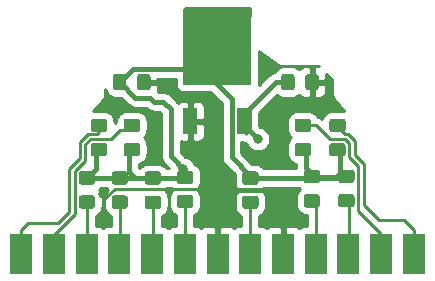
<source format=gtl>
%TF.GenerationSoftware,KiCad,Pcbnew,(5.1.6-0)*%
%TF.CreationDate,2021-12-12T18:28:57+01:00*%
%TF.ProjectId,ScsiTerm,53637369-5465-4726-9d2e-6b696361645f,rev?*%
%TF.SameCoordinates,Original*%
%TF.FileFunction,Copper,L1,Top*%
%TF.FilePolarity,Positive*%
%FSLAX46Y46*%
G04 Gerber Fmt 4.6, Leading zero omitted, Abs format (unit mm)*
G04 Created by KiCad (PCBNEW (5.1.6-0)) date 2021-12-12 18:28:57*
%MOMM*%
%LPD*%
G01*
G04 APERTURE LIST*
%TA.AperFunction,SMDPad,CuDef*%
%ADD10R,5.800000X6.400000*%
%TD*%
%TA.AperFunction,SMDPad,CuDef*%
%ADD11R,1.200000X2.200000*%
%TD*%
%TA.AperFunction,SMDPad,CuDef*%
%ADD12R,1.846667X3.480000*%
%TD*%
%TA.AperFunction,ViaPad*%
%ADD13C,0.800000*%
%TD*%
%TA.AperFunction,Conductor*%
%ADD14C,0.250000*%
%TD*%
%TA.AperFunction,Conductor*%
%ADD15C,0.400000*%
%TD*%
%TA.AperFunction,Conductor*%
%ADD16C,0.254000*%
%TD*%
G04 APERTURE END LIST*
D10*
%TO.P,U1,2*%
%TO.N,/2.85V*%
X152147000Y-49843000D03*
D11*
%TO.P,U1,3*%
%TO.N,+5V*%
X154427000Y-56143000D03*
%TO.P,U1,1*%
%TO.N,GND*%
X149867000Y-56143000D03*
%TD*%
%TO.P,R18,2*%
%TO.N,/2.85V*%
%TA.AperFunction,SMDPad,CuDef*%
G36*
G01*
X161855999Y-57981000D02*
X162756001Y-57981000D01*
G75*
G02*
X163006000Y-58230999I0J-249999D01*
G01*
X163006000Y-58881001D01*
G75*
G02*
X162756001Y-59131000I-249999J0D01*
G01*
X161855999Y-59131000D01*
G75*
G02*
X161606000Y-58881001I0J249999D01*
G01*
X161606000Y-58230999D01*
G75*
G02*
X161855999Y-57981000I249999J0D01*
G01*
G37*
%TD.AperFunction*%
%TO.P,R18,1*%
%TO.N,/DB7*%
%TA.AperFunction,SMDPad,CuDef*%
G36*
G01*
X161855999Y-55931000D02*
X162756001Y-55931000D01*
G75*
G02*
X163006000Y-56180999I0J-249999D01*
G01*
X163006000Y-56831001D01*
G75*
G02*
X162756001Y-57081000I-249999J0D01*
G01*
X161855999Y-57081000D01*
G75*
G02*
X161606000Y-56831001I0J249999D01*
G01*
X161606000Y-56180999D01*
G75*
G02*
X161855999Y-55931000I249999J0D01*
G01*
G37*
%TD.AperFunction*%
%TD*%
%TO.P,R17,2*%
%TO.N,/2.85V*%
%TA.AperFunction,SMDPad,CuDef*%
G36*
G01*
X158934999Y-57972000D02*
X159835001Y-57972000D01*
G75*
G02*
X160085000Y-58221999I0J-249999D01*
G01*
X160085000Y-58872001D01*
G75*
G02*
X159835001Y-59122000I-249999J0D01*
G01*
X158934999Y-59122000D01*
G75*
G02*
X158685000Y-58872001I0J249999D01*
G01*
X158685000Y-58221999D01*
G75*
G02*
X158934999Y-57972000I249999J0D01*
G01*
G37*
%TD.AperFunction*%
%TO.P,R17,1*%
%TO.N,/DB6*%
%TA.AperFunction,SMDPad,CuDef*%
G36*
G01*
X158934999Y-55922000D02*
X159835001Y-55922000D01*
G75*
G02*
X160085000Y-56171999I0J-249999D01*
G01*
X160085000Y-56822001D01*
G75*
G02*
X159835001Y-57072000I-249999J0D01*
G01*
X158934999Y-57072000D01*
G75*
G02*
X158685000Y-56822001I0J249999D01*
G01*
X158685000Y-56171999D01*
G75*
G02*
X158934999Y-55922000I249999J0D01*
G01*
G37*
%TD.AperFunction*%
%TD*%
%TO.P,R16,2*%
%TO.N,/2.85V*%
%TA.AperFunction,SMDPad,CuDef*%
G36*
G01*
X163518001Y-61390000D02*
X162617999Y-61390000D01*
G75*
G02*
X162368000Y-61140001I0J249999D01*
G01*
X162368000Y-60489999D01*
G75*
G02*
X162617999Y-60240000I249999J0D01*
G01*
X163518001Y-60240000D01*
G75*
G02*
X163768000Y-60489999I0J-249999D01*
G01*
X163768000Y-61140001D01*
G75*
G02*
X163518001Y-61390000I-249999J0D01*
G01*
G37*
%TD.AperFunction*%
%TO.P,R16,1*%
%TO.N,/DB5*%
%TA.AperFunction,SMDPad,CuDef*%
G36*
G01*
X163518001Y-63440000D02*
X162617999Y-63440000D01*
G75*
G02*
X162368000Y-63190001I0J249999D01*
G01*
X162368000Y-62539999D01*
G75*
G02*
X162617999Y-62290000I249999J0D01*
G01*
X163518001Y-62290000D01*
G75*
G02*
X163768000Y-62539999I0J-249999D01*
G01*
X163768000Y-63190001D01*
G75*
G02*
X163518001Y-63440000I-249999J0D01*
G01*
G37*
%TD.AperFunction*%
%TD*%
%TO.P,R14,2*%
%TO.N,/2.85V*%
%TA.AperFunction,SMDPad,CuDef*%
G36*
G01*
X160597001Y-61408000D02*
X159696999Y-61408000D01*
G75*
G02*
X159447000Y-61158001I0J249999D01*
G01*
X159447000Y-60507999D01*
G75*
G02*
X159696999Y-60258000I249999J0D01*
G01*
X160597001Y-60258000D01*
G75*
G02*
X160847000Y-60507999I0J-249999D01*
G01*
X160847000Y-61158001D01*
G75*
G02*
X160597001Y-61408000I-249999J0D01*
G01*
G37*
%TD.AperFunction*%
%TO.P,R14,1*%
%TO.N,/DB3*%
%TA.AperFunction,SMDPad,CuDef*%
G36*
G01*
X160597001Y-63458000D02*
X159696999Y-63458000D01*
G75*
G02*
X159447000Y-63208001I0J249999D01*
G01*
X159447000Y-62557999D01*
G75*
G02*
X159696999Y-62308000I249999J0D01*
G01*
X160597001Y-62308000D01*
G75*
G02*
X160847000Y-62557999I0J-249999D01*
G01*
X160847000Y-63208001D01*
G75*
G02*
X160597001Y-63458000I-249999J0D01*
G01*
G37*
%TD.AperFunction*%
%TD*%
%TO.P,R11,2*%
%TO.N,/2.85V*%
%TA.AperFunction,SMDPad,CuDef*%
G36*
G01*
X155390001Y-61535000D02*
X154489999Y-61535000D01*
G75*
G02*
X154240000Y-61285001I0J249999D01*
G01*
X154240000Y-60634999D01*
G75*
G02*
X154489999Y-60385000I249999J0D01*
G01*
X155390001Y-60385000D01*
G75*
G02*
X155640000Y-60634999I0J-249999D01*
G01*
X155640000Y-61285001D01*
G75*
G02*
X155390001Y-61535000I-249999J0D01*
G01*
G37*
%TD.AperFunction*%
%TO.P,R11,1*%
%TO.N,/DB0*%
%TA.AperFunction,SMDPad,CuDef*%
G36*
G01*
X155390001Y-63585000D02*
X154489999Y-63585000D01*
G75*
G02*
X154240000Y-63335001I0J249999D01*
G01*
X154240000Y-62684999D01*
G75*
G02*
X154489999Y-62435000I249999J0D01*
G01*
X155390001Y-62435000D01*
G75*
G02*
X155640000Y-62684999I0J-249999D01*
G01*
X155640000Y-63335001D01*
G75*
G02*
X155390001Y-63585000I-249999J0D01*
G01*
G37*
%TD.AperFunction*%
%TD*%
%TO.P,R8,2*%
%TO.N,/BSY*%
%TA.AperFunction,SMDPad,CuDef*%
G36*
G01*
X148965499Y-62371500D02*
X149865501Y-62371500D01*
G75*
G02*
X150115500Y-62621499I0J-249999D01*
G01*
X150115500Y-63271501D01*
G75*
G02*
X149865501Y-63521500I-249999J0D01*
G01*
X148965499Y-63521500D01*
G75*
G02*
X148715500Y-63271501I0J249999D01*
G01*
X148715500Y-62621499D01*
G75*
G02*
X148965499Y-62371500I249999J0D01*
G01*
G37*
%TD.AperFunction*%
%TO.P,R8,1*%
%TO.N,/2.85V*%
%TA.AperFunction,SMDPad,CuDef*%
G36*
G01*
X148965499Y-60321500D02*
X149865501Y-60321500D01*
G75*
G02*
X150115500Y-60571499I0J-249999D01*
G01*
X150115500Y-61221501D01*
G75*
G02*
X149865501Y-61471500I-249999J0D01*
G01*
X148965499Y-61471500D01*
G75*
G02*
X148715500Y-61221501I0J249999D01*
G01*
X148715500Y-60571499D01*
G75*
G02*
X148965499Y-60321500I249999J0D01*
G01*
G37*
%TD.AperFunction*%
%TD*%
%TO.P,R7,2*%
%TO.N,/ACK*%
%TA.AperFunction,SMDPad,CuDef*%
G36*
G01*
X146234999Y-62435000D02*
X147135001Y-62435000D01*
G75*
G02*
X147385000Y-62684999I0J-249999D01*
G01*
X147385000Y-63335001D01*
G75*
G02*
X147135001Y-63585000I-249999J0D01*
G01*
X146234999Y-63585000D01*
G75*
G02*
X145985000Y-63335001I0J249999D01*
G01*
X145985000Y-62684999D01*
G75*
G02*
X146234999Y-62435000I249999J0D01*
G01*
G37*
%TD.AperFunction*%
%TO.P,R7,1*%
%TO.N,/2.85V*%
%TA.AperFunction,SMDPad,CuDef*%
G36*
G01*
X146234999Y-60385000D02*
X147135001Y-60385000D01*
G75*
G02*
X147385000Y-60634999I0J-249999D01*
G01*
X147385000Y-61285001D01*
G75*
G02*
X147135001Y-61535000I-249999J0D01*
G01*
X146234999Y-61535000D01*
G75*
G02*
X145985000Y-61285001I0J249999D01*
G01*
X145985000Y-60634999D01*
G75*
G02*
X146234999Y-60385000I249999J0D01*
G01*
G37*
%TD.AperFunction*%
%TD*%
%TO.P,R5,2*%
%TO.N,/RST*%
%TA.AperFunction,SMDPad,CuDef*%
G36*
G01*
X143440999Y-62426000D02*
X144341001Y-62426000D01*
G75*
G02*
X144591000Y-62675999I0J-249999D01*
G01*
X144591000Y-63326001D01*
G75*
G02*
X144341001Y-63576000I-249999J0D01*
G01*
X143440999Y-63576000D01*
G75*
G02*
X143191000Y-63326001I0J249999D01*
G01*
X143191000Y-62675999D01*
G75*
G02*
X143440999Y-62426000I249999J0D01*
G01*
G37*
%TD.AperFunction*%
%TO.P,R5,1*%
%TO.N,/2.85V*%
%TA.AperFunction,SMDPad,CuDef*%
G36*
G01*
X143440999Y-60376000D02*
X144341001Y-60376000D01*
G75*
G02*
X144591000Y-60625999I0J-249999D01*
G01*
X144591000Y-61276001D01*
G75*
G02*
X144341001Y-61526000I-249999J0D01*
G01*
X143440999Y-61526000D01*
G75*
G02*
X143191000Y-61276001I0J249999D01*
G01*
X143191000Y-60625999D01*
G75*
G02*
X143440999Y-60376000I249999J0D01*
G01*
G37*
%TD.AperFunction*%
%TD*%
%TO.P,R4,2*%
%TO.N,/I_O*%
%TA.AperFunction,SMDPad,CuDef*%
G36*
G01*
X140646999Y-62417000D02*
X141547001Y-62417000D01*
G75*
G02*
X141797000Y-62666999I0J-249999D01*
G01*
X141797000Y-63317001D01*
G75*
G02*
X141547001Y-63567000I-249999J0D01*
G01*
X140646999Y-63567000D01*
G75*
G02*
X140397000Y-63317001I0J249999D01*
G01*
X140397000Y-62666999D01*
G75*
G02*
X140646999Y-62417000I249999J0D01*
G01*
G37*
%TD.AperFunction*%
%TO.P,R4,1*%
%TO.N,/2.85V*%
%TA.AperFunction,SMDPad,CuDef*%
G36*
G01*
X140646999Y-60367000D02*
X141547001Y-60367000D01*
G75*
G02*
X141797000Y-60616999I0J-249999D01*
G01*
X141797000Y-61267001D01*
G75*
G02*
X141547001Y-61517000I-249999J0D01*
G01*
X140646999Y-61517000D01*
G75*
G02*
X140397000Y-61267001I0J249999D01*
G01*
X140397000Y-60616999D01*
G75*
G02*
X140646999Y-60367000I249999J0D01*
G01*
G37*
%TD.AperFunction*%
%TD*%
%TO.P,R2,2*%
%TO.N,/MSG*%
%TA.AperFunction,SMDPad,CuDef*%
G36*
G01*
X145357001Y-57072000D02*
X144456999Y-57072000D01*
G75*
G02*
X144207000Y-56822001I0J249999D01*
G01*
X144207000Y-56171999D01*
G75*
G02*
X144456999Y-55922000I249999J0D01*
G01*
X145357001Y-55922000D01*
G75*
G02*
X145607000Y-56171999I0J-249999D01*
G01*
X145607000Y-56822001D01*
G75*
G02*
X145357001Y-57072000I-249999J0D01*
G01*
G37*
%TD.AperFunction*%
%TO.P,R2,1*%
%TO.N,/2.85V*%
%TA.AperFunction,SMDPad,CuDef*%
G36*
G01*
X145357001Y-59122000D02*
X144456999Y-59122000D01*
G75*
G02*
X144207000Y-58872001I0J249999D01*
G01*
X144207000Y-58221999D01*
G75*
G02*
X144456999Y-57972000I249999J0D01*
G01*
X145357001Y-57972000D01*
G75*
G02*
X145607000Y-58221999I0J-249999D01*
G01*
X145607000Y-58872001D01*
G75*
G02*
X145357001Y-59122000I-249999J0D01*
G01*
G37*
%TD.AperFunction*%
%TD*%
%TO.P,R1,2*%
%TO.N,/REQ*%
%TA.AperFunction,SMDPad,CuDef*%
G36*
G01*
X142563001Y-57081000D02*
X141662999Y-57081000D01*
G75*
G02*
X141413000Y-56831001I0J249999D01*
G01*
X141413000Y-56180999D01*
G75*
G02*
X141662999Y-55931000I249999J0D01*
G01*
X142563001Y-55931000D01*
G75*
G02*
X142813000Y-56180999I0J-249999D01*
G01*
X142813000Y-56831001D01*
G75*
G02*
X142563001Y-57081000I-249999J0D01*
G01*
G37*
%TD.AperFunction*%
%TO.P,R1,1*%
%TO.N,/2.85V*%
%TA.AperFunction,SMDPad,CuDef*%
G36*
G01*
X142563001Y-59131000D02*
X141662999Y-59131000D01*
G75*
G02*
X141413000Y-58881001I0J249999D01*
G01*
X141413000Y-58230999D01*
G75*
G02*
X141662999Y-57981000I249999J0D01*
G01*
X142563001Y-57981000D01*
G75*
G02*
X142813000Y-58230999I0J-249999D01*
G01*
X142813000Y-58881001D01*
G75*
G02*
X142563001Y-59131000I-249999J0D01*
G01*
G37*
%TD.AperFunction*%
%TD*%
D12*
%TO.P,J1,13*%
%TO.N,/DB7*%
X168788000Y-67365000D03*
%TO.P,J1,12*%
%TO.N,/DB6*%
X166018000Y-67365000D03*
%TO.P,J1,11*%
%TO.N,/DB5*%
X163248000Y-67365000D03*
%TO.P,J1,10*%
%TO.N,/DB3*%
X160478000Y-67365000D03*
%TO.P,J1,9*%
%TO.N,GND*%
X157708000Y-67365000D03*
%TO.P,J1,8*%
%TO.N,/DB0*%
X154938000Y-67365000D03*
%TO.P,J1,7*%
%TO.N,GND*%
X152168000Y-67365000D03*
%TO.P,J1,6*%
%TO.N,/BSY*%
X149398000Y-67365000D03*
%TO.P,J1,5*%
%TO.N,/ACK*%
X146628000Y-67365000D03*
%TO.P,J1,4*%
%TO.N,/RST*%
X143858000Y-67365000D03*
%TO.P,J1,3*%
%TO.N,/I_O*%
X141088000Y-67365000D03*
%TO.P,J1,2*%
%TO.N,/MSG*%
X138318000Y-67365000D03*
%TO.P,J1,1*%
%TO.N,/REQ*%
X135548000Y-67365000D03*
%TD*%
%TO.P,C2,2*%
%TO.N,GND*%
%TA.AperFunction,SMDPad,CuDef*%
G36*
G01*
X145348000Y-53282001D02*
X145348000Y-52381999D01*
G75*
G02*
X145597999Y-52132000I249999J0D01*
G01*
X146248001Y-52132000D01*
G75*
G02*
X146498000Y-52381999I0J-249999D01*
G01*
X146498000Y-53282001D01*
G75*
G02*
X146248001Y-53532000I-249999J0D01*
G01*
X145597999Y-53532000D01*
G75*
G02*
X145348000Y-53282001I0J249999D01*
G01*
G37*
%TD.AperFunction*%
%TO.P,C2,1*%
%TO.N,/2.85V*%
%TA.AperFunction,SMDPad,CuDef*%
G36*
G01*
X143298000Y-53282001D02*
X143298000Y-52381999D01*
G75*
G02*
X143547999Y-52132000I249999J0D01*
G01*
X144198001Y-52132000D01*
G75*
G02*
X144448000Y-52381999I0J-249999D01*
G01*
X144448000Y-53282001D01*
G75*
G02*
X144198001Y-53532000I-249999J0D01*
G01*
X143547999Y-53532000D01*
G75*
G02*
X143298000Y-53282001I0J249999D01*
G01*
G37*
%TD.AperFunction*%
%TD*%
%TO.P,C1,2*%
%TO.N,GND*%
%TA.AperFunction,SMDPad,CuDef*%
G36*
G01*
X159590000Y-53282001D02*
X159590000Y-52381999D01*
G75*
G02*
X159839999Y-52132000I249999J0D01*
G01*
X160490001Y-52132000D01*
G75*
G02*
X160740000Y-52381999I0J-249999D01*
G01*
X160740000Y-53282001D01*
G75*
G02*
X160490001Y-53532000I-249999J0D01*
G01*
X159839999Y-53532000D01*
G75*
G02*
X159590000Y-53282001I0J249999D01*
G01*
G37*
%TD.AperFunction*%
%TO.P,C1,1*%
%TO.N,+5V*%
%TA.AperFunction,SMDPad,CuDef*%
G36*
G01*
X157540000Y-53282001D02*
X157540000Y-52381999D01*
G75*
G02*
X157789999Y-52132000I249999J0D01*
G01*
X158440001Y-52132000D01*
G75*
G02*
X158690000Y-52381999I0J-249999D01*
G01*
X158690000Y-53282001D01*
G75*
G02*
X158440001Y-53532000I-249999J0D01*
G01*
X157789999Y-53532000D01*
G75*
G02*
X157540000Y-53282001I0J249999D01*
G01*
G37*
%TD.AperFunction*%
%TD*%
D13*
%TO.N,GND*%
X152134990Y-61860010D03*
X146812000Y-56388000D03*
X146812000Y-58928000D03*
X157988000Y-54864000D03*
X142473000Y-64749000D03*
X148013000Y-64712000D03*
X147955000Y-53086000D03*
X142875000Y-54864000D03*
X157708000Y-64415000D03*
X152168000Y-64494000D03*
X152146000Y-58928000D03*
X152146000Y-56769000D03*
X155194000Y-59309000D03*
X160782000Y-54864000D03*
X142444010Y-62279990D03*
%TO.N,+5V*%
X155575000Y-57658000D03*
%TO.N,/2.85V*%
X149256405Y-60166595D03*
%TD*%
D14*
%TO.N,GND*%
X152168000Y-64367000D02*
X152168000Y-64494000D01*
X152168000Y-59892000D02*
X152168000Y-64367000D01*
D15*
X152134990Y-61860010D02*
X152250980Y-61976000D01*
X152250980Y-61976000D02*
X156972000Y-61976000D01*
X157708000Y-62712000D02*
X157708000Y-64415000D01*
X156972000Y-61976000D02*
X157708000Y-62712000D01*
D14*
X143443800Y-61860010D02*
X152134990Y-61860010D01*
X142473000Y-62830810D02*
X143443800Y-61860010D01*
X142473000Y-64749000D02*
X142473000Y-62830810D01*
D15*
X149867000Y-54643000D02*
X149867000Y-56143000D01*
X148056000Y-52832000D02*
X149867000Y-54643000D01*
X147701000Y-52832000D02*
X147955000Y-53086000D01*
X146939000Y-52832000D02*
X147701000Y-52832000D01*
X145923000Y-52832000D02*
X146939000Y-52832000D01*
X146939000Y-52832000D02*
X148056000Y-52832000D01*
X160165000Y-52832000D02*
X160165000Y-54719000D01*
X160020000Y-54864000D02*
X157988000Y-54864000D01*
X160165000Y-54719000D02*
X160020000Y-54864000D01*
X157708000Y-64415000D02*
X157708000Y-67365000D01*
D14*
X152168000Y-64494000D02*
X152168000Y-67365000D01*
%TO.N,+5V*%
X154559000Y-57203000D02*
X154559000Y-56887000D01*
X154559000Y-55372000D02*
X154559000Y-57203000D01*
D15*
X154807000Y-56143000D02*
X154807000Y-55378000D01*
X154807000Y-56890000D02*
X155575000Y-57658000D01*
X154807000Y-56143000D02*
X154807000Y-56890000D01*
X154427000Y-56143000D02*
X154427000Y-55504000D01*
X157099000Y-52832000D02*
X158115000Y-52832000D01*
X154427000Y-55504000D02*
X157099000Y-52832000D01*
D14*
%TO.N,/DB7*%
X162996981Y-57205981D02*
X162306000Y-56515000D01*
X163781020Y-57806420D02*
X163180581Y-57205981D01*
X162306000Y-56515000D02*
X162306000Y-56506000D01*
X163781020Y-59004610D02*
X163781020Y-57806420D01*
X164543020Y-59766610D02*
X163781020Y-59004610D01*
X168788000Y-65375000D02*
X167929000Y-64516000D01*
X165862000Y-64516000D02*
X164543020Y-63197020D01*
X167929000Y-64516000D02*
X165862000Y-64516000D01*
X164543020Y-63197020D02*
X164543020Y-59766610D01*
X163180581Y-57205981D02*
X162996981Y-57205981D01*
X168788000Y-67365000D02*
X168788000Y-65375000D01*
%TO.N,/DB6*%
X160514020Y-56497000D02*
X159639000Y-56497000D01*
X161673010Y-57655990D02*
X160514020Y-56497000D01*
X163331010Y-57992820D02*
X162994180Y-57655990D01*
X166018000Y-67365000D02*
X166018000Y-65688000D01*
X163331010Y-59191010D02*
X163331010Y-57992820D01*
X162994180Y-57655990D02*
X161673010Y-57655990D01*
X164093010Y-63763010D02*
X164093010Y-59953010D01*
X166018000Y-65688000D02*
X164093010Y-63763010D01*
X164093010Y-59953010D02*
X163331010Y-59191010D01*
%TO.N,/DB5*%
X163322000Y-67291000D02*
X163248000Y-67365000D01*
X163322000Y-62874000D02*
X163322000Y-67291000D01*
%TO.N,/DB3*%
X160464500Y-67351500D02*
X160478000Y-67365000D01*
X160464500Y-62937500D02*
X160464500Y-67351500D01*
%TO.N,/DB0*%
X154940000Y-67363000D02*
X154938000Y-67365000D01*
X154940000Y-63010000D02*
X154940000Y-67363000D01*
%TO.N,/BSY*%
X149415500Y-67347500D02*
X149398000Y-67365000D01*
X149415500Y-62946500D02*
X149415500Y-67347500D01*
%TO.N,/ACK*%
X146685000Y-67308000D02*
X146628000Y-67365000D01*
X146685000Y-63010000D02*
X146685000Y-67308000D01*
%TO.N,/RST*%
X143891000Y-67332000D02*
X143858000Y-67365000D01*
X143891000Y-63001000D02*
X143891000Y-67332000D01*
%TO.N,/I_O*%
X141097000Y-67356000D02*
X141088000Y-67365000D01*
X141097000Y-62992000D02*
X141097000Y-67356000D01*
%TO.N,/MSG*%
X140071990Y-64017010D02*
X138318000Y-65771000D01*
X140071990Y-60378820D02*
X140071990Y-64017010D01*
X138318000Y-65771000D02*
X138318000Y-67365000D01*
X140970000Y-58110810D02*
X140970000Y-59480810D01*
X144653000Y-56497000D02*
X144258020Y-56891980D01*
X141424820Y-57655990D02*
X140970000Y-58110810D01*
X143126990Y-57655990D02*
X141424820Y-57655990D01*
X143891000Y-56891980D02*
X143126990Y-57655990D01*
X140970000Y-59480810D02*
X140071990Y-60378820D01*
X144258020Y-56891980D02*
X143891000Y-56891980D01*
%TO.N,/REQ*%
X141859000Y-56506000D02*
X141684400Y-56506000D01*
X140011990Y-59802410D02*
X139621980Y-60192420D01*
X141988020Y-57205980D02*
X141238419Y-57205981D01*
X142113000Y-57081000D02*
X141988020Y-57205980D01*
X142113000Y-56506000D02*
X142113000Y-57081000D01*
X141238419Y-57205981D02*
X140519990Y-57924410D01*
X135548000Y-65375000D02*
X135548000Y-67365000D01*
X136153000Y-64770000D02*
X135548000Y-65375000D01*
X138682590Y-64770000D02*
X136153000Y-64770000D01*
X140519990Y-57924410D02*
X140519990Y-59294410D01*
X139621980Y-63830610D02*
X138682590Y-64770000D01*
X139621980Y-60192420D02*
X139621980Y-63830610D01*
X140519990Y-59294410D02*
X139621980Y-60192420D01*
%TO.N,/2.85V*%
X160410000Y-60824000D02*
X160401000Y-60833000D01*
X155067000Y-60833000D02*
X154940000Y-60960000D01*
X160401000Y-60833000D02*
X155067000Y-60833000D01*
X149415500Y-60325690D02*
X149256405Y-60166595D01*
X149256405Y-60166595D02*
X148209000Y-59119190D01*
D15*
X143882000Y-60942000D02*
X143891000Y-60951000D01*
X141097000Y-60942000D02*
X143882000Y-60942000D01*
X146676000Y-60951000D02*
X146685000Y-60960000D01*
X149352000Y-60960000D02*
X149415500Y-60896500D01*
X146685000Y-60960000D02*
X149352000Y-60960000D01*
X149415500Y-60325690D02*
X148209000Y-59119190D01*
X149415500Y-60896500D02*
X149415500Y-60325690D01*
X148209000Y-59119190D02*
X148209000Y-55118000D01*
X143873000Y-52832000D02*
X144973010Y-51731990D01*
X163186000Y-60960000D02*
X163322000Y-60824000D01*
X154940000Y-60960000D02*
X163186000Y-60960000D01*
X153352500Y-54292500D02*
X150223000Y-51163000D01*
X153352500Y-59216502D02*
X153352500Y-54292500D01*
X154940000Y-60804002D02*
X153352500Y-59216502D01*
X154940000Y-60960000D02*
X154940000Y-60804002D01*
X144653000Y-60452000D02*
X145152000Y-60951000D01*
X144653000Y-58547000D02*
X144653000Y-60452000D01*
X145152000Y-60951000D02*
X146676000Y-60951000D01*
X143891000Y-60951000D02*
X145152000Y-60951000D01*
X141859000Y-60180000D02*
X141097000Y-60942000D01*
X141859000Y-58556000D02*
X141859000Y-60180000D01*
X159639000Y-60071000D02*
X160401000Y-60833000D01*
X159639000Y-58547000D02*
X159639000Y-60071000D01*
X162560000Y-58556000D02*
X162560000Y-60579000D01*
X162560000Y-60579000D02*
X162315000Y-60824000D01*
D14*
X162315000Y-60824000D02*
X160410000Y-60824000D01*
X163322000Y-60824000D02*
X162315000Y-60824000D01*
D15*
X150638010Y-51731990D02*
X152527000Y-49843000D01*
X146981990Y-51731990D02*
X150638010Y-51731990D01*
X144973010Y-51731990D02*
X146981990Y-51731990D01*
X147583000Y-54492000D02*
X148209000Y-55118000D01*
X146485500Y-54174500D02*
X146803000Y-54492000D01*
X145215500Y-54174500D02*
X146485500Y-54174500D01*
X146803000Y-54492000D02*
X147583000Y-54492000D01*
X145215500Y-54174500D02*
X143873000Y-52832000D01*
X154813000Y-47177000D02*
X152147000Y-49843000D01*
X154813000Y-46609000D02*
X154813000Y-47177000D01*
X154813000Y-46609000D02*
X149479000Y-46609000D01*
%TD*%
D16*
%TO.N,GND*%
G36*
X159156816Y-61858000D02*
G01*
X159069038Y-61930038D01*
X158958595Y-62064613D01*
X158876528Y-62218149D01*
X158825992Y-62384745D01*
X158808928Y-62557999D01*
X158808928Y-63208001D01*
X158825992Y-63381255D01*
X158876528Y-63547851D01*
X158958595Y-63701387D01*
X159069038Y-63835962D01*
X159203613Y-63946405D01*
X159357149Y-64028472D01*
X159523745Y-64079008D01*
X159696999Y-64096072D01*
X159704500Y-64096072D01*
X159704500Y-64986928D01*
X159554667Y-64986928D01*
X159430185Y-64999188D01*
X159310487Y-65035498D01*
X159200173Y-65094463D01*
X159103482Y-65173815D01*
X159093000Y-65186587D01*
X159082518Y-65173815D01*
X158985827Y-65094463D01*
X158875513Y-65035498D01*
X158755815Y-64999188D01*
X158631333Y-64986928D01*
X157993750Y-64990000D01*
X157835000Y-65148750D01*
X157835000Y-67238000D01*
X157855000Y-67238000D01*
X157855000Y-67492000D01*
X157835000Y-67492000D01*
X157835000Y-67512000D01*
X157581000Y-67512000D01*
X157581000Y-67492000D01*
X157561000Y-67492000D01*
X157561000Y-67238000D01*
X157581000Y-67238000D01*
X157581000Y-65148750D01*
X157422250Y-64990000D01*
X156784667Y-64986928D01*
X156660185Y-64999188D01*
X156540487Y-65035498D01*
X156430173Y-65094463D01*
X156333482Y-65173815D01*
X156323000Y-65186587D01*
X156312518Y-65173815D01*
X156215827Y-65094463D01*
X156105513Y-65035498D01*
X155985815Y-64999188D01*
X155861333Y-64986928D01*
X155700000Y-64986928D01*
X155700000Y-64164527D01*
X155729851Y-64155472D01*
X155883387Y-64073405D01*
X156017962Y-63962962D01*
X156128405Y-63828387D01*
X156210472Y-63674851D01*
X156261008Y-63508255D01*
X156278072Y-63335001D01*
X156278072Y-62684999D01*
X156261008Y-62511745D01*
X156210472Y-62345149D01*
X156128405Y-62191613D01*
X156017962Y-62057038D01*
X155930184Y-61985000D01*
X156017962Y-61912962D01*
X156114771Y-61795000D01*
X159080051Y-61795000D01*
X159156816Y-61858000D01*
G37*
X159156816Y-61858000D02*
X159069038Y-61930038D01*
X158958595Y-62064613D01*
X158876528Y-62218149D01*
X158825992Y-62384745D01*
X158808928Y-62557999D01*
X158808928Y-63208001D01*
X158825992Y-63381255D01*
X158876528Y-63547851D01*
X158958595Y-63701387D01*
X159069038Y-63835962D01*
X159203613Y-63946405D01*
X159357149Y-64028472D01*
X159523745Y-64079008D01*
X159696999Y-64096072D01*
X159704500Y-64096072D01*
X159704500Y-64986928D01*
X159554667Y-64986928D01*
X159430185Y-64999188D01*
X159310487Y-65035498D01*
X159200173Y-65094463D01*
X159103482Y-65173815D01*
X159093000Y-65186587D01*
X159082518Y-65173815D01*
X158985827Y-65094463D01*
X158875513Y-65035498D01*
X158755815Y-64999188D01*
X158631333Y-64986928D01*
X157993750Y-64990000D01*
X157835000Y-65148750D01*
X157835000Y-67238000D01*
X157855000Y-67238000D01*
X157855000Y-67492000D01*
X157835000Y-67492000D01*
X157835000Y-67512000D01*
X157581000Y-67512000D01*
X157581000Y-67492000D01*
X157561000Y-67492000D01*
X157561000Y-67238000D01*
X157581000Y-67238000D01*
X157581000Y-65148750D01*
X157422250Y-64990000D01*
X156784667Y-64986928D01*
X156660185Y-64999188D01*
X156540487Y-65035498D01*
X156430173Y-65094463D01*
X156333482Y-65173815D01*
X156323000Y-65186587D01*
X156312518Y-65173815D01*
X156215827Y-65094463D01*
X156105513Y-65035498D01*
X155985815Y-64999188D01*
X155861333Y-64986928D01*
X155700000Y-64986928D01*
X155700000Y-64164527D01*
X155729851Y-64155472D01*
X155883387Y-64073405D01*
X156017962Y-63962962D01*
X156128405Y-63828387D01*
X156210472Y-63674851D01*
X156261008Y-63508255D01*
X156278072Y-63335001D01*
X156278072Y-62684999D01*
X156261008Y-62511745D01*
X156210472Y-62345149D01*
X156128405Y-62191613D01*
X156017962Y-62057038D01*
X155930184Y-61985000D01*
X156017962Y-61912962D01*
X156114771Y-61795000D01*
X159080051Y-61795000D01*
X159156816Y-61858000D01*
G36*
X148608928Y-53043000D02*
G01*
X148621188Y-53167482D01*
X148657498Y-53287180D01*
X148716463Y-53397494D01*
X148795815Y-53494185D01*
X148892506Y-53573537D01*
X149002820Y-53632502D01*
X149122518Y-53668812D01*
X149247000Y-53681072D01*
X151560204Y-53681072D01*
X152517501Y-54638369D01*
X152517500Y-59175483D01*
X152513460Y-59216502D01*
X152517500Y-59257520D01*
X152529582Y-59380190D01*
X152577328Y-59537588D01*
X152654864Y-59682647D01*
X152759209Y-59809793D01*
X152791079Y-59835948D01*
X153601928Y-60646798D01*
X153601928Y-61285001D01*
X153618992Y-61458255D01*
X153669528Y-61624851D01*
X153751595Y-61778387D01*
X153862038Y-61912962D01*
X153949816Y-61985000D01*
X153862038Y-62057038D01*
X153751595Y-62191613D01*
X153669528Y-62345149D01*
X153618992Y-62511745D01*
X153601928Y-62684999D01*
X153601928Y-63335001D01*
X153618992Y-63508255D01*
X153669528Y-63674851D01*
X153751595Y-63828387D01*
X153862038Y-63962962D01*
X153996613Y-64073405D01*
X154150149Y-64155472D01*
X154180000Y-64164527D01*
X154180000Y-64986928D01*
X154014667Y-64986928D01*
X153890185Y-64999188D01*
X153770487Y-65035498D01*
X153660173Y-65094463D01*
X153563482Y-65173815D01*
X153553000Y-65186587D01*
X153542518Y-65173815D01*
X153445827Y-65094463D01*
X153335513Y-65035498D01*
X153215815Y-64999188D01*
X153091333Y-64986928D01*
X152453750Y-64990000D01*
X152295000Y-65148750D01*
X152295000Y-67238000D01*
X152315000Y-67238000D01*
X152315000Y-67492000D01*
X152295000Y-67492000D01*
X152295000Y-67512000D01*
X152041000Y-67512000D01*
X152041000Y-67492000D01*
X152021000Y-67492000D01*
X152021000Y-67238000D01*
X152041000Y-67238000D01*
X152041000Y-65148750D01*
X151882250Y-64990000D01*
X151244667Y-64986928D01*
X151120185Y-64999188D01*
X151000487Y-65035498D01*
X150890173Y-65094463D01*
X150793482Y-65173815D01*
X150783000Y-65186587D01*
X150772518Y-65173815D01*
X150675827Y-65094463D01*
X150565513Y-65035498D01*
X150445815Y-64999188D01*
X150321333Y-64986928D01*
X150175500Y-64986928D01*
X150175500Y-64101027D01*
X150205351Y-64091972D01*
X150358887Y-64009905D01*
X150493462Y-63899462D01*
X150603905Y-63764887D01*
X150685972Y-63611351D01*
X150736508Y-63444755D01*
X150753572Y-63271501D01*
X150753572Y-62621499D01*
X150736508Y-62448245D01*
X150685972Y-62281649D01*
X150603905Y-62128113D01*
X150493462Y-61993538D01*
X150405684Y-61921500D01*
X150493462Y-61849462D01*
X150603905Y-61714887D01*
X150685972Y-61561351D01*
X150736508Y-61394755D01*
X150753572Y-61221501D01*
X150753572Y-60571499D01*
X150736508Y-60398245D01*
X150685972Y-60231649D01*
X150603905Y-60078113D01*
X150493462Y-59943538D01*
X150358887Y-59833095D01*
X150205351Y-59751028D01*
X150204432Y-59750749D01*
X150173610Y-59676339D01*
X150060342Y-59506821D01*
X149916179Y-59362658D01*
X149746661Y-59249390D01*
X149558303Y-59171369D01*
X149413181Y-59142503D01*
X149044000Y-58773323D01*
X149044000Y-57838927D01*
X149142518Y-57868812D01*
X149267000Y-57881072D01*
X149581250Y-57878000D01*
X149740000Y-57719250D01*
X149740000Y-56270000D01*
X149994000Y-56270000D01*
X149994000Y-57719250D01*
X150152750Y-57878000D01*
X150467000Y-57881072D01*
X150591482Y-57868812D01*
X150711180Y-57832502D01*
X150821494Y-57773537D01*
X150918185Y-57694185D01*
X150997537Y-57597494D01*
X151056502Y-57487180D01*
X151092812Y-57367482D01*
X151105072Y-57243000D01*
X151102000Y-56428750D01*
X150943250Y-56270000D01*
X149994000Y-56270000D01*
X149740000Y-56270000D01*
X149720000Y-56270000D01*
X149720000Y-56016000D01*
X149740000Y-56016000D01*
X149740000Y-54566750D01*
X149994000Y-54566750D01*
X149994000Y-56016000D01*
X150943250Y-56016000D01*
X151102000Y-55857250D01*
X151105072Y-55043000D01*
X151092812Y-54918518D01*
X151056502Y-54798820D01*
X150997537Y-54688506D01*
X150918185Y-54591815D01*
X150821494Y-54512463D01*
X150711180Y-54453498D01*
X150591482Y-54417188D01*
X150467000Y-54404928D01*
X150152750Y-54408000D01*
X149994000Y-54566750D01*
X149740000Y-54566750D01*
X149581250Y-54408000D01*
X149267000Y-54404928D01*
X149142518Y-54417188D01*
X149022820Y-54453498D01*
X148912506Y-54512463D01*
X148840642Y-54571440D01*
X148828439Y-54556570D01*
X148828437Y-54556568D01*
X148802291Y-54524709D01*
X148770431Y-54498562D01*
X148202445Y-53930578D01*
X148176291Y-53898709D01*
X148049146Y-53794364D01*
X147904087Y-53716828D01*
X147746689Y-53669082D01*
X147624019Y-53657000D01*
X147624018Y-53657000D01*
X147583000Y-53652960D01*
X147541982Y-53657000D01*
X147148867Y-53657000D01*
X147126012Y-53634145D01*
X147136072Y-53532000D01*
X147133000Y-53117750D01*
X146974250Y-52959000D01*
X146050000Y-52959000D01*
X146050000Y-52979000D01*
X145796000Y-52979000D01*
X145796000Y-52959000D01*
X145776000Y-52959000D01*
X145776000Y-52705000D01*
X145796000Y-52705000D01*
X145796000Y-52685000D01*
X146050000Y-52685000D01*
X146050000Y-52705000D01*
X146974250Y-52705000D01*
X147112260Y-52566990D01*
X148608928Y-52566990D01*
X148608928Y-53043000D01*
G37*
X148608928Y-53043000D02*
X148621188Y-53167482D01*
X148657498Y-53287180D01*
X148716463Y-53397494D01*
X148795815Y-53494185D01*
X148892506Y-53573537D01*
X149002820Y-53632502D01*
X149122518Y-53668812D01*
X149247000Y-53681072D01*
X151560204Y-53681072D01*
X152517501Y-54638369D01*
X152517500Y-59175483D01*
X152513460Y-59216502D01*
X152517500Y-59257520D01*
X152529582Y-59380190D01*
X152577328Y-59537588D01*
X152654864Y-59682647D01*
X152759209Y-59809793D01*
X152791079Y-59835948D01*
X153601928Y-60646798D01*
X153601928Y-61285001D01*
X153618992Y-61458255D01*
X153669528Y-61624851D01*
X153751595Y-61778387D01*
X153862038Y-61912962D01*
X153949816Y-61985000D01*
X153862038Y-62057038D01*
X153751595Y-62191613D01*
X153669528Y-62345149D01*
X153618992Y-62511745D01*
X153601928Y-62684999D01*
X153601928Y-63335001D01*
X153618992Y-63508255D01*
X153669528Y-63674851D01*
X153751595Y-63828387D01*
X153862038Y-63962962D01*
X153996613Y-64073405D01*
X154150149Y-64155472D01*
X154180000Y-64164527D01*
X154180000Y-64986928D01*
X154014667Y-64986928D01*
X153890185Y-64999188D01*
X153770487Y-65035498D01*
X153660173Y-65094463D01*
X153563482Y-65173815D01*
X153553000Y-65186587D01*
X153542518Y-65173815D01*
X153445827Y-65094463D01*
X153335513Y-65035498D01*
X153215815Y-64999188D01*
X153091333Y-64986928D01*
X152453750Y-64990000D01*
X152295000Y-65148750D01*
X152295000Y-67238000D01*
X152315000Y-67238000D01*
X152315000Y-67492000D01*
X152295000Y-67492000D01*
X152295000Y-67512000D01*
X152041000Y-67512000D01*
X152041000Y-67492000D01*
X152021000Y-67492000D01*
X152021000Y-67238000D01*
X152041000Y-67238000D01*
X152041000Y-65148750D01*
X151882250Y-64990000D01*
X151244667Y-64986928D01*
X151120185Y-64999188D01*
X151000487Y-65035498D01*
X150890173Y-65094463D01*
X150793482Y-65173815D01*
X150783000Y-65186587D01*
X150772518Y-65173815D01*
X150675827Y-65094463D01*
X150565513Y-65035498D01*
X150445815Y-64999188D01*
X150321333Y-64986928D01*
X150175500Y-64986928D01*
X150175500Y-64101027D01*
X150205351Y-64091972D01*
X150358887Y-64009905D01*
X150493462Y-63899462D01*
X150603905Y-63764887D01*
X150685972Y-63611351D01*
X150736508Y-63444755D01*
X150753572Y-63271501D01*
X150753572Y-62621499D01*
X150736508Y-62448245D01*
X150685972Y-62281649D01*
X150603905Y-62128113D01*
X150493462Y-61993538D01*
X150405684Y-61921500D01*
X150493462Y-61849462D01*
X150603905Y-61714887D01*
X150685972Y-61561351D01*
X150736508Y-61394755D01*
X150753572Y-61221501D01*
X150753572Y-60571499D01*
X150736508Y-60398245D01*
X150685972Y-60231649D01*
X150603905Y-60078113D01*
X150493462Y-59943538D01*
X150358887Y-59833095D01*
X150205351Y-59751028D01*
X150204432Y-59750749D01*
X150173610Y-59676339D01*
X150060342Y-59506821D01*
X149916179Y-59362658D01*
X149746661Y-59249390D01*
X149558303Y-59171369D01*
X149413181Y-59142503D01*
X149044000Y-58773323D01*
X149044000Y-57838927D01*
X149142518Y-57868812D01*
X149267000Y-57881072D01*
X149581250Y-57878000D01*
X149740000Y-57719250D01*
X149740000Y-56270000D01*
X149994000Y-56270000D01*
X149994000Y-57719250D01*
X150152750Y-57878000D01*
X150467000Y-57881072D01*
X150591482Y-57868812D01*
X150711180Y-57832502D01*
X150821494Y-57773537D01*
X150918185Y-57694185D01*
X150997537Y-57597494D01*
X151056502Y-57487180D01*
X151092812Y-57367482D01*
X151105072Y-57243000D01*
X151102000Y-56428750D01*
X150943250Y-56270000D01*
X149994000Y-56270000D01*
X149740000Y-56270000D01*
X149720000Y-56270000D01*
X149720000Y-56016000D01*
X149740000Y-56016000D01*
X149740000Y-54566750D01*
X149994000Y-54566750D01*
X149994000Y-56016000D01*
X150943250Y-56016000D01*
X151102000Y-55857250D01*
X151105072Y-55043000D01*
X151092812Y-54918518D01*
X151056502Y-54798820D01*
X150997537Y-54688506D01*
X150918185Y-54591815D01*
X150821494Y-54512463D01*
X150711180Y-54453498D01*
X150591482Y-54417188D01*
X150467000Y-54404928D01*
X150152750Y-54408000D01*
X149994000Y-54566750D01*
X149740000Y-54566750D01*
X149581250Y-54408000D01*
X149267000Y-54404928D01*
X149142518Y-54417188D01*
X149022820Y-54453498D01*
X148912506Y-54512463D01*
X148840642Y-54571440D01*
X148828439Y-54556570D01*
X148828437Y-54556568D01*
X148802291Y-54524709D01*
X148770431Y-54498562D01*
X148202445Y-53930578D01*
X148176291Y-53898709D01*
X148049146Y-53794364D01*
X147904087Y-53716828D01*
X147746689Y-53669082D01*
X147624019Y-53657000D01*
X147624018Y-53657000D01*
X147583000Y-53652960D01*
X147541982Y-53657000D01*
X147148867Y-53657000D01*
X147126012Y-53634145D01*
X147136072Y-53532000D01*
X147133000Y-53117750D01*
X146974250Y-52959000D01*
X146050000Y-52959000D01*
X146050000Y-52979000D01*
X145796000Y-52979000D01*
X145796000Y-52959000D01*
X145776000Y-52959000D01*
X145776000Y-52705000D01*
X145796000Y-52705000D01*
X145796000Y-52685000D01*
X146050000Y-52685000D01*
X146050000Y-52705000D01*
X146974250Y-52705000D01*
X147112260Y-52566990D01*
X148608928Y-52566990D01*
X148608928Y-53043000D01*
G36*
X142813038Y-61903962D02*
G01*
X142900816Y-61976000D01*
X142813038Y-62048038D01*
X142702595Y-62182613D01*
X142620528Y-62336149D01*
X142569992Y-62502745D01*
X142552928Y-62675999D01*
X142552928Y-63326001D01*
X142569992Y-63499255D01*
X142620528Y-63665851D01*
X142702595Y-63819387D01*
X142813038Y-63953962D01*
X142947613Y-64064405D01*
X143101149Y-64146472D01*
X143131000Y-64155527D01*
X143131000Y-64986928D01*
X142934667Y-64986928D01*
X142810185Y-64999188D01*
X142690487Y-65035498D01*
X142580173Y-65094463D01*
X142483482Y-65173815D01*
X142473000Y-65186587D01*
X142462518Y-65173815D01*
X142365827Y-65094463D01*
X142255513Y-65035498D01*
X142135815Y-64999188D01*
X142011333Y-64986928D01*
X141857000Y-64986928D01*
X141857000Y-64146527D01*
X141886851Y-64137472D01*
X142040387Y-64055405D01*
X142174962Y-63944962D01*
X142285405Y-63810387D01*
X142367472Y-63656851D01*
X142418008Y-63490255D01*
X142435072Y-63317001D01*
X142435072Y-62666999D01*
X142418008Y-62493745D01*
X142367472Y-62327149D01*
X142285405Y-62173613D01*
X142174962Y-62039038D01*
X142087184Y-61967000D01*
X142174962Y-61894962D01*
X142271771Y-61777000D01*
X142708843Y-61777000D01*
X142813038Y-61903962D01*
G37*
X142813038Y-61903962D02*
X142900816Y-61976000D01*
X142813038Y-62048038D01*
X142702595Y-62182613D01*
X142620528Y-62336149D01*
X142569992Y-62502745D01*
X142552928Y-62675999D01*
X142552928Y-63326001D01*
X142569992Y-63499255D01*
X142620528Y-63665851D01*
X142702595Y-63819387D01*
X142813038Y-63953962D01*
X142947613Y-64064405D01*
X143101149Y-64146472D01*
X143131000Y-64155527D01*
X143131000Y-64986928D01*
X142934667Y-64986928D01*
X142810185Y-64999188D01*
X142690487Y-65035498D01*
X142580173Y-65094463D01*
X142483482Y-65173815D01*
X142473000Y-65186587D01*
X142462518Y-65173815D01*
X142365827Y-65094463D01*
X142255513Y-65035498D01*
X142135815Y-64999188D01*
X142011333Y-64986928D01*
X141857000Y-64986928D01*
X141857000Y-64146527D01*
X141886851Y-64137472D01*
X142040387Y-64055405D01*
X142174962Y-63944962D01*
X142285405Y-63810387D01*
X142367472Y-63656851D01*
X142418008Y-63490255D01*
X142435072Y-63317001D01*
X142435072Y-62666999D01*
X142418008Y-62493745D01*
X142367472Y-62327149D01*
X142285405Y-62173613D01*
X142174962Y-62039038D01*
X142087184Y-61967000D01*
X142174962Y-61894962D01*
X142271771Y-61777000D01*
X142708843Y-61777000D01*
X142813038Y-61903962D01*
G36*
X148337538Y-61849462D02*
G01*
X148425316Y-61921500D01*
X148337538Y-61993538D01*
X148227095Y-62128113D01*
X148145028Y-62281649D01*
X148094492Y-62448245D01*
X148077428Y-62621499D01*
X148077428Y-63271501D01*
X148094492Y-63444755D01*
X148145028Y-63611351D01*
X148227095Y-63764887D01*
X148337538Y-63899462D01*
X148472113Y-64009905D01*
X148625649Y-64091972D01*
X148655500Y-64101027D01*
X148655500Y-64986928D01*
X148474667Y-64986928D01*
X148350185Y-64999188D01*
X148230487Y-65035498D01*
X148120173Y-65094463D01*
X148023482Y-65173815D01*
X148013000Y-65186587D01*
X148002518Y-65173815D01*
X147905827Y-65094463D01*
X147795513Y-65035498D01*
X147675815Y-64999188D01*
X147551333Y-64986928D01*
X147445000Y-64986928D01*
X147445000Y-64164527D01*
X147474851Y-64155472D01*
X147628387Y-64073405D01*
X147762962Y-63962962D01*
X147873405Y-63828387D01*
X147955472Y-63674851D01*
X148006008Y-63508255D01*
X148023072Y-63335001D01*
X148023072Y-62684999D01*
X148006008Y-62511745D01*
X147955472Y-62345149D01*
X147873405Y-62191613D01*
X147762962Y-62057038D01*
X147675184Y-61985000D01*
X147762962Y-61912962D01*
X147859771Y-61795000D01*
X148292842Y-61795000D01*
X148337538Y-61849462D01*
G37*
X148337538Y-61849462D02*
X148425316Y-61921500D01*
X148337538Y-61993538D01*
X148227095Y-62128113D01*
X148145028Y-62281649D01*
X148094492Y-62448245D01*
X148077428Y-62621499D01*
X148077428Y-63271501D01*
X148094492Y-63444755D01*
X148145028Y-63611351D01*
X148227095Y-63764887D01*
X148337538Y-63899462D01*
X148472113Y-64009905D01*
X148625649Y-64091972D01*
X148655500Y-64101027D01*
X148655500Y-64986928D01*
X148474667Y-64986928D01*
X148350185Y-64999188D01*
X148230487Y-65035498D01*
X148120173Y-65094463D01*
X148023482Y-65173815D01*
X148013000Y-65186587D01*
X148002518Y-65173815D01*
X147905827Y-65094463D01*
X147795513Y-65035498D01*
X147675815Y-64999188D01*
X147551333Y-64986928D01*
X147445000Y-64986928D01*
X147445000Y-64164527D01*
X147474851Y-64155472D01*
X147628387Y-64073405D01*
X147762962Y-63962962D01*
X147873405Y-63828387D01*
X147955472Y-63674851D01*
X148006008Y-63508255D01*
X148023072Y-63335001D01*
X148023072Y-62684999D01*
X148006008Y-62511745D01*
X147955472Y-62345149D01*
X147873405Y-62191613D01*
X147762962Y-62057038D01*
X147675184Y-61985000D01*
X147762962Y-61912962D01*
X147859771Y-61795000D01*
X148292842Y-61795000D01*
X148337538Y-61849462D01*
G36*
X142676992Y-53455255D02*
G01*
X142727528Y-53621851D01*
X142809595Y-53775387D01*
X142920038Y-53909962D01*
X143054613Y-54020405D01*
X143208149Y-54102472D01*
X143374745Y-54153008D01*
X143547999Y-54170072D01*
X144030204Y-54170072D01*
X144596063Y-54735932D01*
X144622209Y-54767791D01*
X144654068Y-54793937D01*
X144654070Y-54793939D01*
X144677401Y-54813086D01*
X144749354Y-54872136D01*
X144894413Y-54949672D01*
X145051811Y-54997418D01*
X145174481Y-55009500D01*
X145174482Y-55009500D01*
X145215500Y-55013540D01*
X145256518Y-55009500D01*
X146139632Y-55009500D01*
X146183558Y-55053426D01*
X146209709Y-55085291D01*
X146336854Y-55189636D01*
X146481913Y-55267172D01*
X146593403Y-55300992D01*
X146639311Y-55314918D01*
X146803000Y-55331040D01*
X146844018Y-55327000D01*
X147237132Y-55327000D01*
X147374001Y-55463869D01*
X147374000Y-59078171D01*
X147369960Y-59119190D01*
X147379973Y-59220851D01*
X147386082Y-59282878D01*
X147433828Y-59440276D01*
X147511364Y-59585335D01*
X147615709Y-59712481D01*
X147647578Y-59738635D01*
X148033942Y-60125000D01*
X147859771Y-60125000D01*
X147762962Y-60007038D01*
X147628387Y-59896595D01*
X147474851Y-59814528D01*
X147308255Y-59763992D01*
X147135001Y-59746928D01*
X146234999Y-59746928D01*
X146061745Y-59763992D01*
X145895149Y-59814528D01*
X145741613Y-59896595D01*
X145607038Y-60007038D01*
X145517615Y-60116000D01*
X145497868Y-60116000D01*
X145488000Y-60106133D01*
X145488000Y-59747170D01*
X145530255Y-59743008D01*
X145696851Y-59692472D01*
X145850387Y-59610405D01*
X145984962Y-59499962D01*
X146095405Y-59365387D01*
X146177472Y-59211851D01*
X146228008Y-59045255D01*
X146245072Y-58872001D01*
X146245072Y-58221999D01*
X146228008Y-58048745D01*
X146177472Y-57882149D01*
X146095405Y-57728613D01*
X145984962Y-57594038D01*
X145897184Y-57522000D01*
X145984962Y-57449962D01*
X146095405Y-57315387D01*
X146177472Y-57161851D01*
X146228008Y-56995255D01*
X146245072Y-56822001D01*
X146245072Y-56171999D01*
X146228008Y-55998745D01*
X146177472Y-55832149D01*
X146095405Y-55678613D01*
X145984962Y-55544038D01*
X145850387Y-55433595D01*
X145696851Y-55351528D01*
X145530255Y-55300992D01*
X145357001Y-55283928D01*
X144456999Y-55283928D01*
X144283745Y-55300992D01*
X144117149Y-55351528D01*
X143963613Y-55433595D01*
X143829038Y-55544038D01*
X143718595Y-55678613D01*
X143636528Y-55832149D01*
X143585992Y-55998745D01*
X143568928Y-56171999D01*
X143568928Y-56202376D01*
X143466724Y-56257006D01*
X143451072Y-56269851D01*
X143451072Y-56180999D01*
X143434008Y-56007745D01*
X143383472Y-55841149D01*
X143301405Y-55687613D01*
X143190962Y-55553038D01*
X143056387Y-55442595D01*
X142902851Y-55360528D01*
X142736255Y-55309992D01*
X142563001Y-55292928D01*
X141662999Y-55292928D01*
X141591804Y-55299940D01*
X142459224Y-54345779D01*
X142472710Y-54334711D01*
X142504504Y-54295971D01*
X142515492Y-54283884D01*
X142525854Y-54269956D01*
X142558312Y-54230407D01*
X142566053Y-54215924D01*
X142575853Y-54202752D01*
X142597798Y-54156534D01*
X142621919Y-54111406D01*
X142626685Y-54095694D01*
X142633728Y-54080861D01*
X142646235Y-54031246D01*
X142661088Y-53982283D01*
X142662697Y-53965942D01*
X142666711Y-53950021D01*
X142669298Y-53898929D01*
X142671000Y-53881647D01*
X142671000Y-53865310D01*
X142673534Y-53815261D01*
X142671000Y-53797998D01*
X142671000Y-53394417D01*
X142676992Y-53455255D01*
G37*
X142676992Y-53455255D02*
X142727528Y-53621851D01*
X142809595Y-53775387D01*
X142920038Y-53909962D01*
X143054613Y-54020405D01*
X143208149Y-54102472D01*
X143374745Y-54153008D01*
X143547999Y-54170072D01*
X144030204Y-54170072D01*
X144596063Y-54735932D01*
X144622209Y-54767791D01*
X144654068Y-54793937D01*
X144654070Y-54793939D01*
X144677401Y-54813086D01*
X144749354Y-54872136D01*
X144894413Y-54949672D01*
X145051811Y-54997418D01*
X145174481Y-55009500D01*
X145174482Y-55009500D01*
X145215500Y-55013540D01*
X145256518Y-55009500D01*
X146139632Y-55009500D01*
X146183558Y-55053426D01*
X146209709Y-55085291D01*
X146336854Y-55189636D01*
X146481913Y-55267172D01*
X146593403Y-55300992D01*
X146639311Y-55314918D01*
X146803000Y-55331040D01*
X146844018Y-55327000D01*
X147237132Y-55327000D01*
X147374001Y-55463869D01*
X147374000Y-59078171D01*
X147369960Y-59119190D01*
X147379973Y-59220851D01*
X147386082Y-59282878D01*
X147433828Y-59440276D01*
X147511364Y-59585335D01*
X147615709Y-59712481D01*
X147647578Y-59738635D01*
X148033942Y-60125000D01*
X147859771Y-60125000D01*
X147762962Y-60007038D01*
X147628387Y-59896595D01*
X147474851Y-59814528D01*
X147308255Y-59763992D01*
X147135001Y-59746928D01*
X146234999Y-59746928D01*
X146061745Y-59763992D01*
X145895149Y-59814528D01*
X145741613Y-59896595D01*
X145607038Y-60007038D01*
X145517615Y-60116000D01*
X145497868Y-60116000D01*
X145488000Y-60106133D01*
X145488000Y-59747170D01*
X145530255Y-59743008D01*
X145696851Y-59692472D01*
X145850387Y-59610405D01*
X145984962Y-59499962D01*
X146095405Y-59365387D01*
X146177472Y-59211851D01*
X146228008Y-59045255D01*
X146245072Y-58872001D01*
X146245072Y-58221999D01*
X146228008Y-58048745D01*
X146177472Y-57882149D01*
X146095405Y-57728613D01*
X145984962Y-57594038D01*
X145897184Y-57522000D01*
X145984962Y-57449962D01*
X146095405Y-57315387D01*
X146177472Y-57161851D01*
X146228008Y-56995255D01*
X146245072Y-56822001D01*
X146245072Y-56171999D01*
X146228008Y-55998745D01*
X146177472Y-55832149D01*
X146095405Y-55678613D01*
X145984962Y-55544038D01*
X145850387Y-55433595D01*
X145696851Y-55351528D01*
X145530255Y-55300992D01*
X145357001Y-55283928D01*
X144456999Y-55283928D01*
X144283745Y-55300992D01*
X144117149Y-55351528D01*
X143963613Y-55433595D01*
X143829038Y-55544038D01*
X143718595Y-55678613D01*
X143636528Y-55832149D01*
X143585992Y-55998745D01*
X143568928Y-56171999D01*
X143568928Y-56202376D01*
X143466724Y-56257006D01*
X143451072Y-56269851D01*
X143451072Y-56180999D01*
X143434008Y-56007745D01*
X143383472Y-55841149D01*
X143301405Y-55687613D01*
X143190962Y-55553038D01*
X143056387Y-55442595D01*
X142902851Y-55360528D01*
X142736255Y-55309992D01*
X142563001Y-55292928D01*
X141662999Y-55292928D01*
X141591804Y-55299940D01*
X142459224Y-54345779D01*
X142472710Y-54334711D01*
X142504504Y-54295971D01*
X142515492Y-54283884D01*
X142525854Y-54269956D01*
X142558312Y-54230407D01*
X142566053Y-54215924D01*
X142575853Y-54202752D01*
X142597798Y-54156534D01*
X142621919Y-54111406D01*
X142626685Y-54095694D01*
X142633728Y-54080861D01*
X142646235Y-54031246D01*
X142661088Y-53982283D01*
X142662697Y-53965942D01*
X142666711Y-53950021D01*
X142669298Y-53898929D01*
X142671000Y-53881647D01*
X142671000Y-53865310D01*
X142673534Y-53815261D01*
X142671000Y-53797998D01*
X142671000Y-53394417D01*
X142676992Y-53455255D01*
G36*
X155704333Y-50250986D02*
G01*
X155714588Y-50260108D01*
X155723290Y-50270711D01*
X155764902Y-50304861D01*
X155779891Y-50318194D01*
X155790931Y-50326223D01*
X155827594Y-50356312D01*
X155845361Y-50365809D01*
X157187918Y-51342213D01*
X157224593Y-51372312D01*
X157272096Y-51397702D01*
X157318532Y-51424949D01*
X157331490Y-51429450D01*
X157343594Y-51435919D01*
X157395137Y-51451554D01*
X157445996Y-51469218D01*
X157459584Y-51471104D01*
X157472717Y-51475088D01*
X157526318Y-51480367D01*
X157579648Y-51487770D01*
X157626999Y-51485000D01*
X160752264Y-51485000D01*
X160763507Y-51496243D01*
X160740000Y-51493928D01*
X160450750Y-51497000D01*
X160292000Y-51655750D01*
X160292000Y-52705000D01*
X161216250Y-52705000D01*
X161375000Y-52546250D01*
X161378072Y-52132000D01*
X161375757Y-52108493D01*
X161875000Y-52607736D01*
X161875001Y-53847659D01*
X161874901Y-53914442D01*
X161881549Y-53948124D01*
X161884913Y-53982283D01*
X161894580Y-54014150D01*
X161901028Y-54046822D01*
X161914117Y-54078556D01*
X161924082Y-54111406D01*
X161939780Y-54140775D01*
X161952478Y-54171561D01*
X161971507Y-54200133D01*
X161987689Y-54230407D01*
X162029752Y-54281660D01*
X162866017Y-55303764D01*
X162756001Y-55292928D01*
X161855999Y-55292928D01*
X161682745Y-55309992D01*
X161516149Y-55360528D01*
X161362613Y-55442595D01*
X161228038Y-55553038D01*
X161117595Y-55687613D01*
X161035528Y-55841149D01*
X161011076Y-55921755D01*
X160938296Y-55862026D01*
X160806267Y-55791454D01*
X160663006Y-55747997D01*
X160607573Y-55742537D01*
X160573405Y-55678613D01*
X160462962Y-55544038D01*
X160328387Y-55433595D01*
X160174851Y-55351528D01*
X160008255Y-55300992D01*
X159835001Y-55283928D01*
X158934999Y-55283928D01*
X158761745Y-55300992D01*
X158595149Y-55351528D01*
X158441613Y-55433595D01*
X158307038Y-55544038D01*
X158196595Y-55678613D01*
X158114528Y-55832149D01*
X158063992Y-55998745D01*
X158046928Y-56171999D01*
X158046928Y-56822001D01*
X158063992Y-56995255D01*
X158114528Y-57161851D01*
X158196595Y-57315387D01*
X158307038Y-57449962D01*
X158394816Y-57522000D01*
X158307038Y-57594038D01*
X158196595Y-57728613D01*
X158114528Y-57882149D01*
X158063992Y-58048745D01*
X158046928Y-58221999D01*
X158046928Y-58872001D01*
X158063992Y-59045255D01*
X158114528Y-59211851D01*
X158196595Y-59365387D01*
X158307038Y-59499962D01*
X158441613Y-59610405D01*
X158595149Y-59692472D01*
X158761745Y-59743008D01*
X158804001Y-59747170D01*
X158804001Y-60029972D01*
X158799960Y-60071000D01*
X158800157Y-60073000D01*
X156072096Y-60073000D01*
X156017962Y-60007038D01*
X155883387Y-59896595D01*
X155729851Y-59814528D01*
X155563255Y-59763992D01*
X155390001Y-59746928D01*
X155063794Y-59746928D01*
X154187500Y-58870635D01*
X154187500Y-57881072D01*
X154215354Y-57881072D01*
X154266753Y-57908546D01*
X154410014Y-57952003D01*
X154559000Y-57966677D01*
X154581658Y-57964445D01*
X154657795Y-58148256D01*
X154771063Y-58317774D01*
X154915226Y-58461937D01*
X155084744Y-58575205D01*
X155273102Y-58653226D01*
X155473061Y-58693000D01*
X155676939Y-58693000D01*
X155876898Y-58653226D01*
X156065256Y-58575205D01*
X156234774Y-58461937D01*
X156378937Y-58317774D01*
X156492205Y-58148256D01*
X156570226Y-57959898D01*
X156610000Y-57759939D01*
X156610000Y-57556061D01*
X156570226Y-57356102D01*
X156492205Y-57167744D01*
X156378937Y-56998226D01*
X156234774Y-56854063D01*
X156065256Y-56740795D01*
X155876898Y-56662774D01*
X155731775Y-56633907D01*
X155665072Y-56567205D01*
X155665072Y-55446795D01*
X157183936Y-53927933D01*
X157296613Y-54020405D01*
X157450149Y-54102472D01*
X157616745Y-54153008D01*
X157789999Y-54170072D01*
X158440001Y-54170072D01*
X158613255Y-54153008D01*
X158779851Y-54102472D01*
X158933387Y-54020405D01*
X159067962Y-53909962D01*
X159073342Y-53903406D01*
X159138815Y-53983185D01*
X159235506Y-54062537D01*
X159345820Y-54121502D01*
X159465518Y-54157812D01*
X159590000Y-54170072D01*
X159879250Y-54167000D01*
X160038000Y-54008250D01*
X160038000Y-52959000D01*
X160292000Y-52959000D01*
X160292000Y-54008250D01*
X160450750Y-54167000D01*
X160740000Y-54170072D01*
X160864482Y-54157812D01*
X160984180Y-54121502D01*
X161094494Y-54062537D01*
X161191185Y-53983185D01*
X161270537Y-53886494D01*
X161329502Y-53776180D01*
X161365812Y-53656482D01*
X161378072Y-53532000D01*
X161375000Y-53117750D01*
X161216250Y-52959000D01*
X160292000Y-52959000D01*
X160038000Y-52959000D01*
X160018000Y-52959000D01*
X160018000Y-52705000D01*
X160038000Y-52705000D01*
X160038000Y-51655750D01*
X159879250Y-51497000D01*
X159590000Y-51493928D01*
X159465518Y-51506188D01*
X159345820Y-51542498D01*
X159235506Y-51601463D01*
X159138815Y-51680815D01*
X159073342Y-51760594D01*
X159067962Y-51754038D01*
X158933387Y-51643595D01*
X158779851Y-51561528D01*
X158613255Y-51510992D01*
X158440001Y-51493928D01*
X157789999Y-51493928D01*
X157616745Y-51510992D01*
X157450149Y-51561528D01*
X157296613Y-51643595D01*
X157162038Y-51754038D01*
X157051595Y-51888613D01*
X156990086Y-52003687D01*
X156935311Y-52009082D01*
X156777913Y-52056828D01*
X156632854Y-52134364D01*
X156555149Y-52198135D01*
X156505709Y-52238709D01*
X156479563Y-52270568D01*
X155682662Y-53067470D01*
X155685072Y-53043000D01*
X155685072Y-50225516D01*
X155704333Y-50250986D01*
G37*
X155704333Y-50250986D02*
X155714588Y-50260108D01*
X155723290Y-50270711D01*
X155764902Y-50304861D01*
X155779891Y-50318194D01*
X155790931Y-50326223D01*
X155827594Y-50356312D01*
X155845361Y-50365809D01*
X157187918Y-51342213D01*
X157224593Y-51372312D01*
X157272096Y-51397702D01*
X157318532Y-51424949D01*
X157331490Y-51429450D01*
X157343594Y-51435919D01*
X157395137Y-51451554D01*
X157445996Y-51469218D01*
X157459584Y-51471104D01*
X157472717Y-51475088D01*
X157526318Y-51480367D01*
X157579648Y-51487770D01*
X157626999Y-51485000D01*
X160752264Y-51485000D01*
X160763507Y-51496243D01*
X160740000Y-51493928D01*
X160450750Y-51497000D01*
X160292000Y-51655750D01*
X160292000Y-52705000D01*
X161216250Y-52705000D01*
X161375000Y-52546250D01*
X161378072Y-52132000D01*
X161375757Y-52108493D01*
X161875000Y-52607736D01*
X161875001Y-53847659D01*
X161874901Y-53914442D01*
X161881549Y-53948124D01*
X161884913Y-53982283D01*
X161894580Y-54014150D01*
X161901028Y-54046822D01*
X161914117Y-54078556D01*
X161924082Y-54111406D01*
X161939780Y-54140775D01*
X161952478Y-54171561D01*
X161971507Y-54200133D01*
X161987689Y-54230407D01*
X162029752Y-54281660D01*
X162866017Y-55303764D01*
X162756001Y-55292928D01*
X161855999Y-55292928D01*
X161682745Y-55309992D01*
X161516149Y-55360528D01*
X161362613Y-55442595D01*
X161228038Y-55553038D01*
X161117595Y-55687613D01*
X161035528Y-55841149D01*
X161011076Y-55921755D01*
X160938296Y-55862026D01*
X160806267Y-55791454D01*
X160663006Y-55747997D01*
X160607573Y-55742537D01*
X160573405Y-55678613D01*
X160462962Y-55544038D01*
X160328387Y-55433595D01*
X160174851Y-55351528D01*
X160008255Y-55300992D01*
X159835001Y-55283928D01*
X158934999Y-55283928D01*
X158761745Y-55300992D01*
X158595149Y-55351528D01*
X158441613Y-55433595D01*
X158307038Y-55544038D01*
X158196595Y-55678613D01*
X158114528Y-55832149D01*
X158063992Y-55998745D01*
X158046928Y-56171999D01*
X158046928Y-56822001D01*
X158063992Y-56995255D01*
X158114528Y-57161851D01*
X158196595Y-57315387D01*
X158307038Y-57449962D01*
X158394816Y-57522000D01*
X158307038Y-57594038D01*
X158196595Y-57728613D01*
X158114528Y-57882149D01*
X158063992Y-58048745D01*
X158046928Y-58221999D01*
X158046928Y-58872001D01*
X158063992Y-59045255D01*
X158114528Y-59211851D01*
X158196595Y-59365387D01*
X158307038Y-59499962D01*
X158441613Y-59610405D01*
X158595149Y-59692472D01*
X158761745Y-59743008D01*
X158804001Y-59747170D01*
X158804001Y-60029972D01*
X158799960Y-60071000D01*
X158800157Y-60073000D01*
X156072096Y-60073000D01*
X156017962Y-60007038D01*
X155883387Y-59896595D01*
X155729851Y-59814528D01*
X155563255Y-59763992D01*
X155390001Y-59746928D01*
X155063794Y-59746928D01*
X154187500Y-58870635D01*
X154187500Y-57881072D01*
X154215354Y-57881072D01*
X154266753Y-57908546D01*
X154410014Y-57952003D01*
X154559000Y-57966677D01*
X154581658Y-57964445D01*
X154657795Y-58148256D01*
X154771063Y-58317774D01*
X154915226Y-58461937D01*
X155084744Y-58575205D01*
X155273102Y-58653226D01*
X155473061Y-58693000D01*
X155676939Y-58693000D01*
X155876898Y-58653226D01*
X156065256Y-58575205D01*
X156234774Y-58461937D01*
X156378937Y-58317774D01*
X156492205Y-58148256D01*
X156570226Y-57959898D01*
X156610000Y-57759939D01*
X156610000Y-57556061D01*
X156570226Y-57356102D01*
X156492205Y-57167744D01*
X156378937Y-56998226D01*
X156234774Y-56854063D01*
X156065256Y-56740795D01*
X155876898Y-56662774D01*
X155731775Y-56633907D01*
X155665072Y-56567205D01*
X155665072Y-55446795D01*
X157183936Y-53927933D01*
X157296613Y-54020405D01*
X157450149Y-54102472D01*
X157616745Y-54153008D01*
X157789999Y-54170072D01*
X158440001Y-54170072D01*
X158613255Y-54153008D01*
X158779851Y-54102472D01*
X158933387Y-54020405D01*
X159067962Y-53909962D01*
X159073342Y-53903406D01*
X159138815Y-53983185D01*
X159235506Y-54062537D01*
X159345820Y-54121502D01*
X159465518Y-54157812D01*
X159590000Y-54170072D01*
X159879250Y-54167000D01*
X160038000Y-54008250D01*
X160038000Y-52959000D01*
X160292000Y-52959000D01*
X160292000Y-54008250D01*
X160450750Y-54167000D01*
X160740000Y-54170072D01*
X160864482Y-54157812D01*
X160984180Y-54121502D01*
X161094494Y-54062537D01*
X161191185Y-53983185D01*
X161270537Y-53886494D01*
X161329502Y-53776180D01*
X161365812Y-53656482D01*
X161378072Y-53532000D01*
X161375000Y-53117750D01*
X161216250Y-52959000D01*
X160292000Y-52959000D01*
X160038000Y-52959000D01*
X160018000Y-52959000D01*
X160018000Y-52705000D01*
X160038000Y-52705000D01*
X160038000Y-51655750D01*
X159879250Y-51497000D01*
X159590000Y-51493928D01*
X159465518Y-51506188D01*
X159345820Y-51542498D01*
X159235506Y-51601463D01*
X159138815Y-51680815D01*
X159073342Y-51760594D01*
X159067962Y-51754038D01*
X158933387Y-51643595D01*
X158779851Y-51561528D01*
X158613255Y-51510992D01*
X158440001Y-51493928D01*
X157789999Y-51493928D01*
X157616745Y-51510992D01*
X157450149Y-51561528D01*
X157296613Y-51643595D01*
X157162038Y-51754038D01*
X157051595Y-51888613D01*
X156990086Y-52003687D01*
X156935311Y-52009082D01*
X156777913Y-52056828D01*
X156632854Y-52134364D01*
X156555149Y-52198135D01*
X156505709Y-52238709D01*
X156479563Y-52270568D01*
X155682662Y-53067470D01*
X155685072Y-53043000D01*
X155685072Y-50225516D01*
X155704333Y-50250986D01*
%TD*%
M02*

</source>
